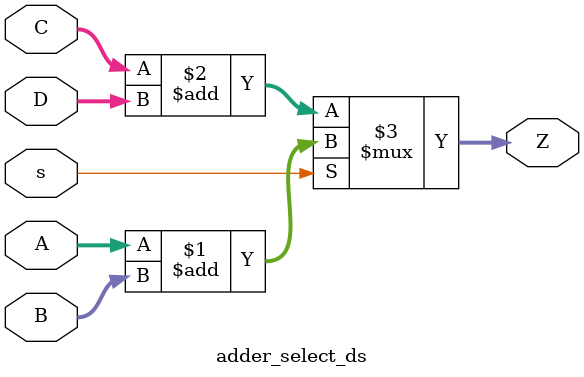
<source format=v>
module adder_select_ds(
    input wire s,
    input wire [31:0] A, B, C, D,
    output wire [32:0] Z
);

assign Z = s ? (A + B) : (C + D);

endmodule
</source>
